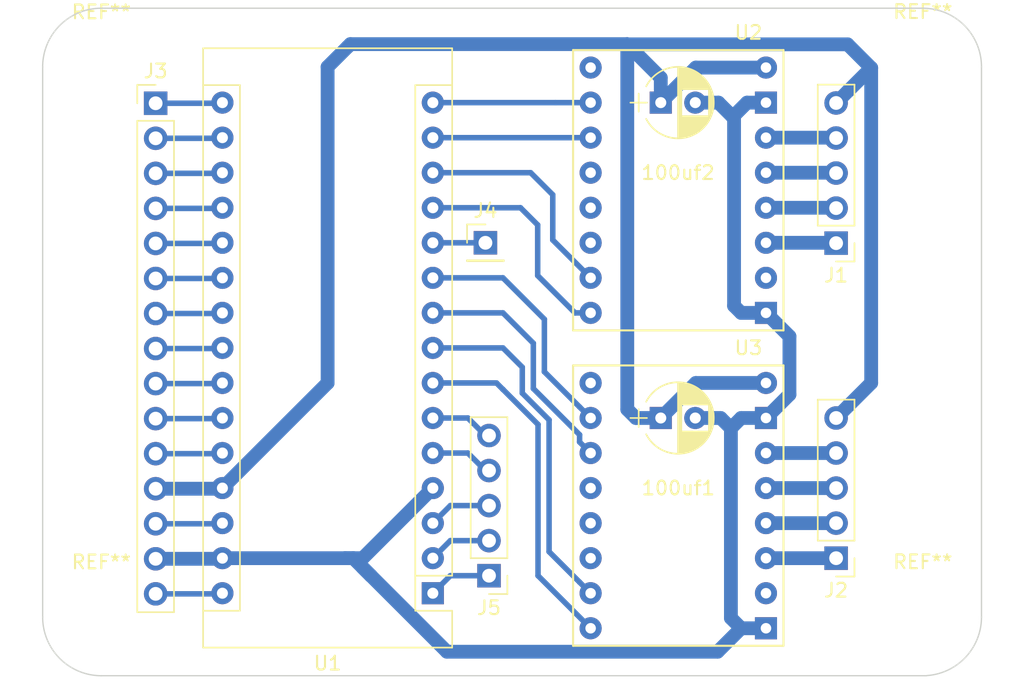
<source format=kicad_pcb>
(kicad_pcb (version 4) (host pcbnew 4.0.7)

  (general
    (links 0)
    (no_connects 0)
    (area 19.949999 22.184999 88.050001 71.125)
    (thickness 1.6)
    (drawings 8)
    (tracks 140)
    (zones 0)
    (modules 14)
    (nets 48)
  )

  (page A4)
  (layers
    (0 F.Cu signal)
    (31 B.Cu signal)
    (32 B.Adhes user)
    (33 F.Adhes user)
    (34 B.Paste user)
    (35 F.Paste user)
    (36 B.SilkS user)
    (37 F.SilkS user)
    (38 B.Mask user)
    (39 F.Mask user)
    (40 Dwgs.User user)
    (41 Cmts.User user)
    (42 Eco1.User user)
    (43 Eco2.User user)
    (44 Edge.Cuts user)
    (45 Margin user)
    (46 B.CrtYd user)
    (47 F.CrtYd user)
    (48 B.Fab user)
    (49 F.Fab user)
  )

  (setup
    (last_trace_width 0.4)
    (user_trace_width 1)
    (trace_clearance 0.4)
    (zone_clearance 0.508)
    (zone_45_only no)
    (trace_min 0.2)
    (segment_width 0.2)
    (edge_width 0.1)
    (via_size 0.6)
    (via_drill 0.4)
    (via_min_size 0.4)
    (via_min_drill 0.3)
    (uvia_size 0.3)
    (uvia_drill 0.1)
    (uvias_allowed no)
    (uvia_min_size 0.2)
    (uvia_min_drill 0.1)
    (pcb_text_width 0.3)
    (pcb_text_size 1.5 1.5)
    (mod_edge_width 0.15)
    (mod_text_size 1 1)
    (mod_text_width 0.15)
    (pad_size 1.5 1.5)
    (pad_drill 0.6)
    (pad_to_mask_clearance 0)
    (aux_axis_origin 0 0)
    (visible_elements 7FFFFFFF)
    (pcbplotparams
      (layerselection 0x00030_80000001)
      (usegerberextensions false)
      (excludeedgelayer true)
      (linewidth 0.100000)
      (plotframeref false)
      (viasonmask false)
      (mode 1)
      (useauxorigin false)
      (hpglpennumber 1)
      (hpglpenspeed 20)
      (hpglpendiameter 15)
      (hpglpenoverlay 2)
      (psnegative false)
      (psa4output false)
      (plotreference true)
      (plotvalue true)
      (plotinvisibletext false)
      (padsonsilk false)
      (subtractmaskfromsilk false)
      (outputformat 1)
      (mirror false)
      (drillshape 1)
      (scaleselection 1)
      (outputdirectory ""))
  )

  (net 0 "")
  (net 1 /VMOT)
  (net 2 GND)
  (net 3 "Net-(J1-Pad1)")
  (net 4 "Net-(J1-Pad2)")
  (net 5 "Net-(J1-Pad3)")
  (net 6 "Net-(J1-Pad4)")
  (net 7 "Net-(J2-Pad1)")
  (net 8 "Net-(J2-Pad2)")
  (net 9 "Net-(J2-Pad3)")
  (net 10 "Net-(J2-Pad4)")
  (net 11 "Net-(U1-Pad7)")
  (net 12 "Net-(U1-Pad8)")
  (net 13 "Net-(U1-Pad9)")
  (net 14 "Net-(U1-Pad10)")
  (net 15 "Net-(U1-Pad12)")
  (net 16 "Net-(U1-Pad13)")
  (net 17 "Net-(U1-Pad14)")
  (net 18 "Net-(U1-Pad15)")
  (net 19 "Net-(U2-Pad1)")
  (net 20 "Net-(U2-Pad4)")
  (net 21 "Net-(U2-Pad5)")
  (net 22 "Net-(U2-Pad6)")
  (net 23 "Net-(U2-Pad10)")
  (net 24 "Net-(U3-Pad1)")
  (net 25 "Net-(U3-Pad4)")
  (net 26 "Net-(U3-Pad5)")
  (net 27 "Net-(U3-Pad6)")
  (net 28 "Net-(U3-Pad10)")
  (net 29 "Net-(J3-Pad1)")
  (net 30 "Net-(J3-Pad2)")
  (net 31 "Net-(J3-Pad3)")
  (net 32 "Net-(J4-Pad1)")
  (net 33 "Net-(J5-Pad1)")
  (net 34 "Net-(J5-Pad2)")
  (net 35 "Net-(J3-Pad4)")
  (net 36 "Net-(J3-Pad5)")
  (net 37 "Net-(J3-Pad6)")
  (net 38 "Net-(J3-Pad7)")
  (net 39 "Net-(J3-Pad8)")
  (net 40 "Net-(J3-Pad9)")
  (net 41 "Net-(J3-Pad10)")
  (net 42 "Net-(J3-Pad11)")
  (net 43 "Net-(J3-Pad13)")
  (net 44 "Net-(J3-Pad15)")
  (net 45 "Net-(J5-Pad3)")
  (net 46 "Net-(J5-Pad4)")
  (net 47 "Net-(J5-Pad5)")

  (net_class Default "This is the default net class."
    (clearance 0.4)
    (trace_width 0.4)
    (via_dia 0.6)
    (via_drill 0.4)
    (uvia_dia 0.3)
    (uvia_drill 0.1)
    (add_net /VMOT)
    (add_net GND)
    (add_net "Net-(J1-Pad1)")
    (add_net "Net-(J1-Pad2)")
    (add_net "Net-(J1-Pad3)")
    (add_net "Net-(J1-Pad4)")
    (add_net "Net-(J2-Pad1)")
    (add_net "Net-(J2-Pad2)")
    (add_net "Net-(J2-Pad3)")
    (add_net "Net-(J2-Pad4)")
    (add_net "Net-(J3-Pad1)")
    (add_net "Net-(J3-Pad10)")
    (add_net "Net-(J3-Pad11)")
    (add_net "Net-(J3-Pad13)")
    (add_net "Net-(J3-Pad15)")
    (add_net "Net-(J3-Pad2)")
    (add_net "Net-(J3-Pad3)")
    (add_net "Net-(J3-Pad4)")
    (add_net "Net-(J3-Pad5)")
    (add_net "Net-(J3-Pad6)")
    (add_net "Net-(J3-Pad7)")
    (add_net "Net-(J3-Pad8)")
    (add_net "Net-(J3-Pad9)")
    (add_net "Net-(J4-Pad1)")
    (add_net "Net-(J5-Pad1)")
    (add_net "Net-(J5-Pad2)")
    (add_net "Net-(J5-Pad3)")
    (add_net "Net-(J5-Pad4)")
    (add_net "Net-(J5-Pad5)")
    (add_net "Net-(U1-Pad10)")
    (add_net "Net-(U1-Pad12)")
    (add_net "Net-(U1-Pad13)")
    (add_net "Net-(U1-Pad14)")
    (add_net "Net-(U1-Pad15)")
    (add_net "Net-(U1-Pad7)")
    (add_net "Net-(U1-Pad8)")
    (add_net "Net-(U1-Pad9)")
    (add_net "Net-(U2-Pad1)")
    (add_net "Net-(U2-Pad10)")
    (add_net "Net-(U2-Pad4)")
    (add_net "Net-(U2-Pad5)")
    (add_net "Net-(U2-Pad6)")
    (add_net "Net-(U3-Pad1)")
    (add_net "Net-(U3-Pad10)")
    (add_net "Net-(U3-Pad4)")
    (add_net "Net-(U3-Pad5)")
    (add_net "Net-(U3-Pad6)")
  )

  (module Modules:Arduino_Nano (layer F.Cu) (tedit 58ACAF70) (tstamp 5B5073F8)
    (at 48.26 64.77 180)
    (descr "Arduino Nano, http://www.mouser.com/pdfdocs/Gravitech_Arduino_Nano3_0.pdf")
    (tags "Arduino Nano")
    (path /5B3603A6)
    (fp_text reference U1 (at 7.62 -5.08 180) (layer F.SilkS)
      (effects (font (size 1 1) (thickness 0.15)))
    )
    (fp_text value ArduinoNano (at 8.89 19.05 270) (layer F.Fab)
      (effects (font (size 1 1) (thickness 0.15)))
    )
    (fp_text user %R (at 6.35 19.05 270) (layer F.Fab)
      (effects (font (size 1 1) (thickness 0.15)))
    )
    (fp_line (start 1.27 1.27) (end 1.27 -1.27) (layer F.SilkS) (width 0.12))
    (fp_line (start 1.27 -1.27) (end -1.4 -1.27) (layer F.SilkS) (width 0.12))
    (fp_line (start -1.4 1.27) (end -1.4 39.5) (layer F.SilkS) (width 0.12))
    (fp_line (start -1.4 -3.94) (end -1.4 -1.27) (layer F.SilkS) (width 0.12))
    (fp_line (start 13.97 -1.27) (end 16.64 -1.27) (layer F.SilkS) (width 0.12))
    (fp_line (start 13.97 -1.27) (end 13.97 36.83) (layer F.SilkS) (width 0.12))
    (fp_line (start 13.97 36.83) (end 16.64 36.83) (layer F.SilkS) (width 0.12))
    (fp_line (start 1.27 1.27) (end -1.4 1.27) (layer F.SilkS) (width 0.12))
    (fp_line (start 1.27 1.27) (end 1.27 36.83) (layer F.SilkS) (width 0.12))
    (fp_line (start 1.27 36.83) (end -1.4 36.83) (layer F.SilkS) (width 0.12))
    (fp_line (start 3.81 31.75) (end 11.43 31.75) (layer F.Fab) (width 0.1))
    (fp_line (start 11.43 31.75) (end 11.43 41.91) (layer F.Fab) (width 0.1))
    (fp_line (start 11.43 41.91) (end 3.81 41.91) (layer F.Fab) (width 0.1))
    (fp_line (start 3.81 41.91) (end 3.81 31.75) (layer F.Fab) (width 0.1))
    (fp_line (start -1.4 39.5) (end 16.64 39.5) (layer F.SilkS) (width 0.12))
    (fp_line (start 16.64 39.5) (end 16.64 -3.94) (layer F.SilkS) (width 0.12))
    (fp_line (start 16.64 -3.94) (end -1.4 -3.94) (layer F.SilkS) (width 0.12))
    (fp_line (start 16.51 39.37) (end -1.27 39.37) (layer F.Fab) (width 0.1))
    (fp_line (start -1.27 39.37) (end -1.27 -2.54) (layer F.Fab) (width 0.1))
    (fp_line (start -1.27 -2.54) (end 0 -3.81) (layer F.Fab) (width 0.1))
    (fp_line (start 0 -3.81) (end 16.51 -3.81) (layer F.Fab) (width 0.1))
    (fp_line (start 16.51 -3.81) (end 16.51 39.37) (layer F.Fab) (width 0.1))
    (fp_line (start -1.53 -4.06) (end 16.75 -4.06) (layer F.CrtYd) (width 0.05))
    (fp_line (start -1.53 -4.06) (end -1.53 42.16) (layer F.CrtYd) (width 0.05))
    (fp_line (start 16.75 42.16) (end 16.75 -4.06) (layer F.CrtYd) (width 0.05))
    (fp_line (start 16.75 42.16) (end -1.53 42.16) (layer F.CrtYd) (width 0.05))
    (pad 1 thru_hole rect (at 0 0 180) (size 1.6 1.6) (drill 0.8) (layers *.Cu *.Mask)
      (net 33 "Net-(J5-Pad1)"))
    (pad 17 thru_hole oval (at 15.24 33.02 180) (size 1.6 1.6) (drill 0.8) (layers *.Cu *.Mask)
      (net 30 "Net-(J3-Pad2)"))
    (pad 2 thru_hole oval (at 0 2.54 180) (size 1.6 1.6) (drill 0.8) (layers *.Cu *.Mask)
      (net 34 "Net-(J5-Pad2)"))
    (pad 18 thru_hole oval (at 15.24 30.48 180) (size 1.6 1.6) (drill 0.8) (layers *.Cu *.Mask)
      (net 31 "Net-(J3-Pad3)"))
    (pad 3 thru_hole oval (at 0 5.08 180) (size 1.6 1.6) (drill 0.8) (layers *.Cu *.Mask)
      (net 45 "Net-(J5-Pad3)"))
    (pad 19 thru_hole oval (at 15.24 27.94 180) (size 1.6 1.6) (drill 0.8) (layers *.Cu *.Mask)
      (net 35 "Net-(J3-Pad4)"))
    (pad 4 thru_hole oval (at 0 7.62 180) (size 1.6 1.6) (drill 0.8) (layers *.Cu *.Mask)
      (net 2 GND))
    (pad 20 thru_hole oval (at 15.24 25.4 180) (size 1.6 1.6) (drill 0.8) (layers *.Cu *.Mask)
      (net 36 "Net-(J3-Pad5)"))
    (pad 5 thru_hole oval (at 0 10.16 180) (size 1.6 1.6) (drill 0.8) (layers *.Cu *.Mask)
      (net 46 "Net-(J5-Pad4)"))
    (pad 21 thru_hole oval (at 15.24 22.86 180) (size 1.6 1.6) (drill 0.8) (layers *.Cu *.Mask)
      (net 37 "Net-(J3-Pad6)"))
    (pad 6 thru_hole oval (at 0 12.7 180) (size 1.6 1.6) (drill 0.8) (layers *.Cu *.Mask)
      (net 47 "Net-(J5-Pad5)"))
    (pad 22 thru_hole oval (at 15.24 20.32 180) (size 1.6 1.6) (drill 0.8) (layers *.Cu *.Mask)
      (net 38 "Net-(J3-Pad7)"))
    (pad 7 thru_hole oval (at 0 15.24 180) (size 1.6 1.6) (drill 0.8) (layers *.Cu *.Mask)
      (net 11 "Net-(U1-Pad7)"))
    (pad 23 thru_hole oval (at 15.24 17.78 180) (size 1.6 1.6) (drill 0.8) (layers *.Cu *.Mask)
      (net 39 "Net-(J3-Pad8)"))
    (pad 8 thru_hole oval (at 0 17.78 180) (size 1.6 1.6) (drill 0.8) (layers *.Cu *.Mask)
      (net 12 "Net-(U1-Pad8)"))
    (pad 24 thru_hole oval (at 15.24 15.24 180) (size 1.6 1.6) (drill 0.8) (layers *.Cu *.Mask)
      (net 40 "Net-(J3-Pad9)"))
    (pad 9 thru_hole oval (at 0 20.32 180) (size 1.6 1.6) (drill 0.8) (layers *.Cu *.Mask)
      (net 13 "Net-(U1-Pad9)"))
    (pad 25 thru_hole oval (at 15.24 12.7 180) (size 1.6 1.6) (drill 0.8) (layers *.Cu *.Mask)
      (net 41 "Net-(J3-Pad10)"))
    (pad 10 thru_hole oval (at 0 22.86 180) (size 1.6 1.6) (drill 0.8) (layers *.Cu *.Mask)
      (net 14 "Net-(U1-Pad10)"))
    (pad 26 thru_hole oval (at 15.24 10.16 180) (size 1.6 1.6) (drill 0.8) (layers *.Cu *.Mask)
      (net 42 "Net-(J3-Pad11)"))
    (pad 11 thru_hole oval (at 0 25.4 180) (size 1.6 1.6) (drill 0.8) (layers *.Cu *.Mask)
      (net 32 "Net-(J4-Pad1)"))
    (pad 27 thru_hole oval (at 15.24 7.62 180) (size 1.6 1.6) (drill 0.8) (layers *.Cu *.Mask)
      (net 1 /VMOT))
    (pad 12 thru_hole oval (at 0 27.94 180) (size 1.6 1.6) (drill 0.8) (layers *.Cu *.Mask)
      (net 15 "Net-(U1-Pad12)"))
    (pad 28 thru_hole oval (at 15.24 5.08 180) (size 1.6 1.6) (drill 0.8) (layers *.Cu *.Mask)
      (net 43 "Net-(J3-Pad13)"))
    (pad 13 thru_hole oval (at 0 30.48 180) (size 1.6 1.6) (drill 0.8) (layers *.Cu *.Mask)
      (net 16 "Net-(U1-Pad13)"))
    (pad 29 thru_hole oval (at 15.24 2.54 180) (size 1.6 1.6) (drill 0.8) (layers *.Cu *.Mask)
      (net 2 GND))
    (pad 14 thru_hole oval (at 0 33.02 180) (size 1.6 1.6) (drill 0.8) (layers *.Cu *.Mask)
      (net 17 "Net-(U1-Pad14)"))
    (pad 30 thru_hole oval (at 15.24 0 180) (size 1.6 1.6) (drill 0.8) (layers *.Cu *.Mask)
      (net 44 "Net-(J3-Pad15)"))
    (pad 15 thru_hole oval (at 0 35.56 180) (size 1.6 1.6) (drill 0.8) (layers *.Cu *.Mask)
      (net 18 "Net-(U1-Pad15)"))
    (pad 16 thru_hole oval (at 15.24 35.56 180) (size 1.6 1.6) (drill 0.8) (layers *.Cu *.Mask)
      (net 29 "Net-(J3-Pad1)"))
  )

  (module Capacitors_THT:CP_Radial_D5.0mm_P2.50mm (layer F.Cu) (tedit 597BC7C2) (tstamp 5B5072E5)
    (at 64.77 52.07)
    (descr "CP, Radial series, Radial, pin pitch=2.50mm, , diameter=5mm, Electrolytic Capacitor")
    (tags "CP Radial series Radial pin pitch 2.50mm  diameter 5mm Electrolytic Capacitor")
    (path /5B360C92)
    (fp_text reference 100uf1 (at 1.27 5.08) (layer F.SilkS)
      (effects (font (size 1 1) (thickness 0.15)))
    )
    (fp_text value CP1 (at 1.25 3.81) (layer F.Fab)
      (effects (font (size 1 1) (thickness 0.15)))
    )
    (fp_arc (start 1.25 0) (end -1.05558 -1.18) (angle 125.8) (layer F.SilkS) (width 0.12))
    (fp_arc (start 1.25 0) (end -1.05558 1.18) (angle -125.8) (layer F.SilkS) (width 0.12))
    (fp_arc (start 1.25 0) (end 3.55558 -1.18) (angle 54.2) (layer F.SilkS) (width 0.12))
    (fp_circle (center 1.25 0) (end 3.75 0) (layer F.Fab) (width 0.1))
    (fp_line (start -2.2 0) (end -1 0) (layer F.Fab) (width 0.1))
    (fp_line (start -1.6 -0.65) (end -1.6 0.65) (layer F.Fab) (width 0.1))
    (fp_line (start 1.25 -2.55) (end 1.25 2.55) (layer F.SilkS) (width 0.12))
    (fp_line (start 1.29 -2.55) (end 1.29 2.55) (layer F.SilkS) (width 0.12))
    (fp_line (start 1.33 -2.549) (end 1.33 2.549) (layer F.SilkS) (width 0.12))
    (fp_line (start 1.37 -2.548) (end 1.37 2.548) (layer F.SilkS) (width 0.12))
    (fp_line (start 1.41 -2.546) (end 1.41 2.546) (layer F.SilkS) (width 0.12))
    (fp_line (start 1.45 -2.543) (end 1.45 2.543) (layer F.SilkS) (width 0.12))
    (fp_line (start 1.49 -2.539) (end 1.49 2.539) (layer F.SilkS) (width 0.12))
    (fp_line (start 1.53 -2.535) (end 1.53 -0.98) (layer F.SilkS) (width 0.12))
    (fp_line (start 1.53 0.98) (end 1.53 2.535) (layer F.SilkS) (width 0.12))
    (fp_line (start 1.57 -2.531) (end 1.57 -0.98) (layer F.SilkS) (width 0.12))
    (fp_line (start 1.57 0.98) (end 1.57 2.531) (layer F.SilkS) (width 0.12))
    (fp_line (start 1.61 -2.525) (end 1.61 -0.98) (layer F.SilkS) (width 0.12))
    (fp_line (start 1.61 0.98) (end 1.61 2.525) (layer F.SilkS) (width 0.12))
    (fp_line (start 1.65 -2.519) (end 1.65 -0.98) (layer F.SilkS) (width 0.12))
    (fp_line (start 1.65 0.98) (end 1.65 2.519) (layer F.SilkS) (width 0.12))
    (fp_line (start 1.69 -2.513) (end 1.69 -0.98) (layer F.SilkS) (width 0.12))
    (fp_line (start 1.69 0.98) (end 1.69 2.513) (layer F.SilkS) (width 0.12))
    (fp_line (start 1.73 -2.506) (end 1.73 -0.98) (layer F.SilkS) (width 0.12))
    (fp_line (start 1.73 0.98) (end 1.73 2.506) (layer F.SilkS) (width 0.12))
    (fp_line (start 1.77 -2.498) (end 1.77 -0.98) (layer F.SilkS) (width 0.12))
    (fp_line (start 1.77 0.98) (end 1.77 2.498) (layer F.SilkS) (width 0.12))
    (fp_line (start 1.81 -2.489) (end 1.81 -0.98) (layer F.SilkS) (width 0.12))
    (fp_line (start 1.81 0.98) (end 1.81 2.489) (layer F.SilkS) (width 0.12))
    (fp_line (start 1.85 -2.48) (end 1.85 -0.98) (layer F.SilkS) (width 0.12))
    (fp_line (start 1.85 0.98) (end 1.85 2.48) (layer F.SilkS) (width 0.12))
    (fp_line (start 1.89 -2.47) (end 1.89 -0.98) (layer F.SilkS) (width 0.12))
    (fp_line (start 1.89 0.98) (end 1.89 2.47) (layer F.SilkS) (width 0.12))
    (fp_line (start 1.93 -2.46) (end 1.93 -0.98) (layer F.SilkS) (width 0.12))
    (fp_line (start 1.93 0.98) (end 1.93 2.46) (layer F.SilkS) (width 0.12))
    (fp_line (start 1.971 -2.448) (end 1.971 -0.98) (layer F.SilkS) (width 0.12))
    (fp_line (start 1.971 0.98) (end 1.971 2.448) (layer F.SilkS) (width 0.12))
    (fp_line (start 2.011 -2.436) (end 2.011 -0.98) (layer F.SilkS) (width 0.12))
    (fp_line (start 2.011 0.98) (end 2.011 2.436) (layer F.SilkS) (width 0.12))
    (fp_line (start 2.051 -2.424) (end 2.051 -0.98) (layer F.SilkS) (width 0.12))
    (fp_line (start 2.051 0.98) (end 2.051 2.424) (layer F.SilkS) (width 0.12))
    (fp_line (start 2.091 -2.41) (end 2.091 -0.98) (layer F.SilkS) (width 0.12))
    (fp_line (start 2.091 0.98) (end 2.091 2.41) (layer F.SilkS) (width 0.12))
    (fp_line (start 2.131 -2.396) (end 2.131 -0.98) (layer F.SilkS) (width 0.12))
    (fp_line (start 2.131 0.98) (end 2.131 2.396) (layer F.SilkS) (width 0.12))
    (fp_line (start 2.171 -2.382) (end 2.171 -0.98) (layer F.SilkS) (width 0.12))
    (fp_line (start 2.171 0.98) (end 2.171 2.382) (layer F.SilkS) (width 0.12))
    (fp_line (start 2.211 -2.366) (end 2.211 -0.98) (layer F.SilkS) (width 0.12))
    (fp_line (start 2.211 0.98) (end 2.211 2.366) (layer F.SilkS) (width 0.12))
    (fp_line (start 2.251 -2.35) (end 2.251 -0.98) (layer F.SilkS) (width 0.12))
    (fp_line (start 2.251 0.98) (end 2.251 2.35) (layer F.SilkS) (width 0.12))
    (fp_line (start 2.291 -2.333) (end 2.291 -0.98) (layer F.SilkS) (width 0.12))
    (fp_line (start 2.291 0.98) (end 2.291 2.333) (layer F.SilkS) (width 0.12))
    (fp_line (start 2.331 -2.315) (end 2.331 -0.98) (layer F.SilkS) (width 0.12))
    (fp_line (start 2.331 0.98) (end 2.331 2.315) (layer F.SilkS) (width 0.12))
    (fp_line (start 2.371 -2.296) (end 2.371 -0.98) (layer F.SilkS) (width 0.12))
    (fp_line (start 2.371 0.98) (end 2.371 2.296) (layer F.SilkS) (width 0.12))
    (fp_line (start 2.411 -2.276) (end 2.411 -0.98) (layer F.SilkS) (width 0.12))
    (fp_line (start 2.411 0.98) (end 2.411 2.276) (layer F.SilkS) (width 0.12))
    (fp_line (start 2.451 -2.256) (end 2.451 -0.98) (layer F.SilkS) (width 0.12))
    (fp_line (start 2.451 0.98) (end 2.451 2.256) (layer F.SilkS) (width 0.12))
    (fp_line (start 2.491 -2.234) (end 2.491 -0.98) (layer F.SilkS) (width 0.12))
    (fp_line (start 2.491 0.98) (end 2.491 2.234) (layer F.SilkS) (width 0.12))
    (fp_line (start 2.531 -2.212) (end 2.531 -0.98) (layer F.SilkS) (width 0.12))
    (fp_line (start 2.531 0.98) (end 2.531 2.212) (layer F.SilkS) (width 0.12))
    (fp_line (start 2.571 -2.189) (end 2.571 -0.98) (layer F.SilkS) (width 0.12))
    (fp_line (start 2.571 0.98) (end 2.571 2.189) (layer F.SilkS) (width 0.12))
    (fp_line (start 2.611 -2.165) (end 2.611 -0.98) (layer F.SilkS) (width 0.12))
    (fp_line (start 2.611 0.98) (end 2.611 2.165) (layer F.SilkS) (width 0.12))
    (fp_line (start 2.651 -2.14) (end 2.651 -0.98) (layer F.SilkS) (width 0.12))
    (fp_line (start 2.651 0.98) (end 2.651 2.14) (layer F.SilkS) (width 0.12))
    (fp_line (start 2.691 -2.113) (end 2.691 -0.98) (layer F.SilkS) (width 0.12))
    (fp_line (start 2.691 0.98) (end 2.691 2.113) (layer F.SilkS) (width 0.12))
    (fp_line (start 2.731 -2.086) (end 2.731 -0.98) (layer F.SilkS) (width 0.12))
    (fp_line (start 2.731 0.98) (end 2.731 2.086) (layer F.SilkS) (width 0.12))
    (fp_line (start 2.771 -2.058) (end 2.771 -0.98) (layer F.SilkS) (width 0.12))
    (fp_line (start 2.771 0.98) (end 2.771 2.058) (layer F.SilkS) (width 0.12))
    (fp_line (start 2.811 -2.028) (end 2.811 -0.98) (layer F.SilkS) (width 0.12))
    (fp_line (start 2.811 0.98) (end 2.811 2.028) (layer F.SilkS) (width 0.12))
    (fp_line (start 2.851 -1.997) (end 2.851 -0.98) (layer F.SilkS) (width 0.12))
    (fp_line (start 2.851 0.98) (end 2.851 1.997) (layer F.SilkS) (width 0.12))
    (fp_line (start 2.891 -1.965) (end 2.891 -0.98) (layer F.SilkS) (width 0.12))
    (fp_line (start 2.891 0.98) (end 2.891 1.965) (layer F.SilkS) (width 0.12))
    (fp_line (start 2.931 -1.932) (end 2.931 -0.98) (layer F.SilkS) (width 0.12))
    (fp_line (start 2.931 0.98) (end 2.931 1.932) (layer F.SilkS) (width 0.12))
    (fp_line (start 2.971 -1.897) (end 2.971 -0.98) (layer F.SilkS) (width 0.12))
    (fp_line (start 2.971 0.98) (end 2.971 1.897) (layer F.SilkS) (width 0.12))
    (fp_line (start 3.011 -1.861) (end 3.011 -0.98) (layer F.SilkS) (width 0.12))
    (fp_line (start 3.011 0.98) (end 3.011 1.861) (layer F.SilkS) (width 0.12))
    (fp_line (start 3.051 -1.823) (end 3.051 -0.98) (layer F.SilkS) (width 0.12))
    (fp_line (start 3.051 0.98) (end 3.051 1.823) (layer F.SilkS) (width 0.12))
    (fp_line (start 3.091 -1.783) (end 3.091 -0.98) (layer F.SilkS) (width 0.12))
    (fp_line (start 3.091 0.98) (end 3.091 1.783) (layer F.SilkS) (width 0.12))
    (fp_line (start 3.131 -1.742) (end 3.131 -0.98) (layer F.SilkS) (width 0.12))
    (fp_line (start 3.131 0.98) (end 3.131 1.742) (layer F.SilkS) (width 0.12))
    (fp_line (start 3.171 -1.699) (end 3.171 -0.98) (layer F.SilkS) (width 0.12))
    (fp_line (start 3.171 0.98) (end 3.171 1.699) (layer F.SilkS) (width 0.12))
    (fp_line (start 3.211 -1.654) (end 3.211 -0.98) (layer F.SilkS) (width 0.12))
    (fp_line (start 3.211 0.98) (end 3.211 1.654) (layer F.SilkS) (width 0.12))
    (fp_line (start 3.251 -1.606) (end 3.251 -0.98) (layer F.SilkS) (width 0.12))
    (fp_line (start 3.251 0.98) (end 3.251 1.606) (layer F.SilkS) (width 0.12))
    (fp_line (start 3.291 -1.556) (end 3.291 -0.98) (layer F.SilkS) (width 0.12))
    (fp_line (start 3.291 0.98) (end 3.291 1.556) (layer F.SilkS) (width 0.12))
    (fp_line (start 3.331 -1.504) (end 3.331 -0.98) (layer F.SilkS) (width 0.12))
    (fp_line (start 3.331 0.98) (end 3.331 1.504) (layer F.SilkS) (width 0.12))
    (fp_line (start 3.371 -1.448) (end 3.371 -0.98) (layer F.SilkS) (width 0.12))
    (fp_line (start 3.371 0.98) (end 3.371 1.448) (layer F.SilkS) (width 0.12))
    (fp_line (start 3.411 -1.39) (end 3.411 -0.98) (layer F.SilkS) (width 0.12))
    (fp_line (start 3.411 0.98) (end 3.411 1.39) (layer F.SilkS) (width 0.12))
    (fp_line (start 3.451 -1.327) (end 3.451 -0.98) (layer F.SilkS) (width 0.12))
    (fp_line (start 3.451 0.98) (end 3.451 1.327) (layer F.SilkS) (width 0.12))
    (fp_line (start 3.491 -1.261) (end 3.491 1.261) (layer F.SilkS) (width 0.12))
    (fp_line (start 3.531 -1.189) (end 3.531 1.189) (layer F.SilkS) (width 0.12))
    (fp_line (start 3.571 -1.112) (end 3.571 1.112) (layer F.SilkS) (width 0.12))
    (fp_line (start 3.611 -1.028) (end 3.611 1.028) (layer F.SilkS) (width 0.12))
    (fp_line (start 3.651 -0.934) (end 3.651 0.934) (layer F.SilkS) (width 0.12))
    (fp_line (start 3.691 -0.829) (end 3.691 0.829) (layer F.SilkS) (width 0.12))
    (fp_line (start 3.731 -0.707) (end 3.731 0.707) (layer F.SilkS) (width 0.12))
    (fp_line (start 3.771 -0.559) (end 3.771 0.559) (layer F.SilkS) (width 0.12))
    (fp_line (start 3.811 -0.354) (end 3.811 0.354) (layer F.SilkS) (width 0.12))
    (fp_line (start -2.2 0) (end -1 0) (layer F.SilkS) (width 0.12))
    (fp_line (start -1.6 -0.65) (end -1.6 0.65) (layer F.SilkS) (width 0.12))
    (fp_line (start -1.6 -2.85) (end -1.6 2.85) (layer F.CrtYd) (width 0.05))
    (fp_line (start -1.6 2.85) (end 4.1 2.85) (layer F.CrtYd) (width 0.05))
    (fp_line (start 4.1 2.85) (end 4.1 -2.85) (layer F.CrtYd) (width 0.05))
    (fp_line (start 4.1 -2.85) (end -1.6 -2.85) (layer F.CrtYd) (width 0.05))
    (fp_text user %R (at 1.25 0) (layer F.Fab)
      (effects (font (size 1 1) (thickness 0.15)))
    )
    (pad 1 thru_hole rect (at 0 0) (size 1.6 1.6) (drill 0.8) (layers *.Cu *.Mask)
      (net 1 /VMOT))
    (pad 2 thru_hole circle (at 2.5 0) (size 1.6 1.6) (drill 0.8) (layers *.Cu *.Mask)
      (net 2 GND))
    (model ${KISYS3DMOD}/Capacitors_THT.3dshapes/CP_Radial_D5.0mm_P2.50mm.wrl
      (at (xyz 0 0 0))
      (scale (xyz 1 1 1))
      (rotate (xyz 0 0 0))
    )
  )

  (module Capacitors_THT:CP_Radial_D5.0mm_P2.50mm (layer F.Cu) (tedit 597BC7C2) (tstamp 5B50736A)
    (at 64.77 29.21)
    (descr "CP, Radial series, Radial, pin pitch=2.50mm, , diameter=5mm, Electrolytic Capacitor")
    (tags "CP Radial series Radial pin pitch 2.50mm  diameter 5mm Electrolytic Capacitor")
    (path /5B360D13)
    (fp_text reference 100uf2 (at 1.25 5.08) (layer F.SilkS)
      (effects (font (size 1 1) (thickness 0.15)))
    )
    (fp_text value CP1 (at 1.25 3.81) (layer F.Fab)
      (effects (font (size 1 1) (thickness 0.15)))
    )
    (fp_arc (start 1.25 0) (end -1.05558 -1.18) (angle 125.8) (layer F.SilkS) (width 0.12))
    (fp_arc (start 1.25 0) (end -1.05558 1.18) (angle -125.8) (layer F.SilkS) (width 0.12))
    (fp_arc (start 1.25 0) (end 3.55558 -1.18) (angle 54.2) (layer F.SilkS) (width 0.12))
    (fp_circle (center 1.25 0) (end 3.75 0) (layer F.Fab) (width 0.1))
    (fp_line (start -2.2 0) (end -1 0) (layer F.Fab) (width 0.1))
    (fp_line (start -1.6 -0.65) (end -1.6 0.65) (layer F.Fab) (width 0.1))
    (fp_line (start 1.25 -2.55) (end 1.25 2.55) (layer F.SilkS) (width 0.12))
    (fp_line (start 1.29 -2.55) (end 1.29 2.55) (layer F.SilkS) (width 0.12))
    (fp_line (start 1.33 -2.549) (end 1.33 2.549) (layer F.SilkS) (width 0.12))
    (fp_line (start 1.37 -2.548) (end 1.37 2.548) (layer F.SilkS) (width 0.12))
    (fp_line (start 1.41 -2.546) (end 1.41 2.546) (layer F.SilkS) (width 0.12))
    (fp_line (start 1.45 -2.543) (end 1.45 2.543) (layer F.SilkS) (width 0.12))
    (fp_line (start 1.49 -2.539) (end 1.49 2.539) (layer F.SilkS) (width 0.12))
    (fp_line (start 1.53 -2.535) (end 1.53 -0.98) (layer F.SilkS) (width 0.12))
    (fp_line (start 1.53 0.98) (end 1.53 2.535) (layer F.SilkS) (width 0.12))
    (fp_line (start 1.57 -2.531) (end 1.57 -0.98) (layer F.SilkS) (width 0.12))
    (fp_line (start 1.57 0.98) (end 1.57 2.531) (layer F.SilkS) (width 0.12))
    (fp_line (start 1.61 -2.525) (end 1.61 -0.98) (layer F.SilkS) (width 0.12))
    (fp_line (start 1.61 0.98) (end 1.61 2.525) (layer F.SilkS) (width 0.12))
    (fp_line (start 1.65 -2.519) (end 1.65 -0.98) (layer F.SilkS) (width 0.12))
    (fp_line (start 1.65 0.98) (end 1.65 2.519) (layer F.SilkS) (width 0.12))
    (fp_line (start 1.69 -2.513) (end 1.69 -0.98) (layer F.SilkS) (width 0.12))
    (fp_line (start 1.69 0.98) (end 1.69 2.513) (layer F.SilkS) (width 0.12))
    (fp_line (start 1.73 -2.506) (end 1.73 -0.98) (layer F.SilkS) (width 0.12))
    (fp_line (start 1.73 0.98) (end 1.73 2.506) (layer F.SilkS) (width 0.12))
    (fp_line (start 1.77 -2.498) (end 1.77 -0.98) (layer F.SilkS) (width 0.12))
    (fp_line (start 1.77 0.98) (end 1.77 2.498) (layer F.SilkS) (width 0.12))
    (fp_line (start 1.81 -2.489) (end 1.81 -0.98) (layer F.SilkS) (width 0.12))
    (fp_line (start 1.81 0.98) (end 1.81 2.489) (layer F.SilkS) (width 0.12))
    (fp_line (start 1.85 -2.48) (end 1.85 -0.98) (layer F.SilkS) (width 0.12))
    (fp_line (start 1.85 0.98) (end 1.85 2.48) (layer F.SilkS) (width 0.12))
    (fp_line (start 1.89 -2.47) (end 1.89 -0.98) (layer F.SilkS) (width 0.12))
    (fp_line (start 1.89 0.98) (end 1.89 2.47) (layer F.SilkS) (width 0.12))
    (fp_line (start 1.93 -2.46) (end 1.93 -0.98) (layer F.SilkS) (width 0.12))
    (fp_line (start 1.93 0.98) (end 1.93 2.46) (layer F.SilkS) (width 0.12))
    (fp_line (start 1.971 -2.448) (end 1.971 -0.98) (layer F.SilkS) (width 0.12))
    (fp_line (start 1.971 0.98) (end 1.971 2.448) (layer F.SilkS) (width 0.12))
    (fp_line (start 2.011 -2.436) (end 2.011 -0.98) (layer F.SilkS) (width 0.12))
    (fp_line (start 2.011 0.98) (end 2.011 2.436) (layer F.SilkS) (width 0.12))
    (fp_line (start 2.051 -2.424) (end 2.051 -0.98) (layer F.SilkS) (width 0.12))
    (fp_line (start 2.051 0.98) (end 2.051 2.424) (layer F.SilkS) (width 0.12))
    (fp_line (start 2.091 -2.41) (end 2.091 -0.98) (layer F.SilkS) (width 0.12))
    (fp_line (start 2.091 0.98) (end 2.091 2.41) (layer F.SilkS) (width 0.12))
    (fp_line (start 2.131 -2.396) (end 2.131 -0.98) (layer F.SilkS) (width 0.12))
    (fp_line (start 2.131 0.98) (end 2.131 2.396) (layer F.SilkS) (width 0.12))
    (fp_line (start 2.171 -2.382) (end 2.171 -0.98) (layer F.SilkS) (width 0.12))
    (fp_line (start 2.171 0.98) (end 2.171 2.382) (layer F.SilkS) (width 0.12))
    (fp_line (start 2.211 -2.366) (end 2.211 -0.98) (layer F.SilkS) (width 0.12))
    (fp_line (start 2.211 0.98) (end 2.211 2.366) (layer F.SilkS) (width 0.12))
    (fp_line (start 2.251 -2.35) (end 2.251 -0.98) (layer F.SilkS) (width 0.12))
    (fp_line (start 2.251 0.98) (end 2.251 2.35) (layer F.SilkS) (width 0.12))
    (fp_line (start 2.291 -2.333) (end 2.291 -0.98) (layer F.SilkS) (width 0.12))
    (fp_line (start 2.291 0.98) (end 2.291 2.333) (layer F.SilkS) (width 0.12))
    (fp_line (start 2.331 -2.315) (end 2.331 -0.98) (layer F.SilkS) (width 0.12))
    (fp_line (start 2.331 0.98) (end 2.331 2.315) (layer F.SilkS) (width 0.12))
    (fp_line (start 2.371 -2.296) (end 2.371 -0.98) (layer F.SilkS) (width 0.12))
    (fp_line (start 2.371 0.98) (end 2.371 2.296) (layer F.SilkS) (width 0.12))
    (fp_line (start 2.411 -2.276) (end 2.411 -0.98) (layer F.SilkS) (width 0.12))
    (fp_line (start 2.411 0.98) (end 2.411 2.276) (layer F.SilkS) (width 0.12))
    (fp_line (start 2.451 -2.256) (end 2.451 -0.98) (layer F.SilkS) (width 0.12))
    (fp_line (start 2.451 0.98) (end 2.451 2.256) (layer F.SilkS) (width 0.12))
    (fp_line (start 2.491 -2.234) (end 2.491 -0.98) (layer F.SilkS) (width 0.12))
    (fp_line (start 2.491 0.98) (end 2.491 2.234) (layer F.SilkS) (width 0.12))
    (fp_line (start 2.531 -2.212) (end 2.531 -0.98) (layer F.SilkS) (width 0.12))
    (fp_line (start 2.531 0.98) (end 2.531 2.212) (layer F.SilkS) (width 0.12))
    (fp_line (start 2.571 -2.189) (end 2.571 -0.98) (layer F.SilkS) (width 0.12))
    (fp_line (start 2.571 0.98) (end 2.571 2.189) (layer F.SilkS) (width 0.12))
    (fp_line (start 2.611 -2.165) (end 2.611 -0.98) (layer F.SilkS) (width 0.12))
    (fp_line (start 2.611 0.98) (end 2.611 2.165) (layer F.SilkS) (width 0.12))
    (fp_line (start 2.651 -2.14) (end 2.651 -0.98) (layer F.SilkS) (width 0.12))
    (fp_line (start 2.651 0.98) (end 2.651 2.14) (layer F.SilkS) (width 0.12))
    (fp_line (start 2.691 -2.113) (end 2.691 -0.98) (layer F.SilkS) (width 0.12))
    (fp_line (start 2.691 0.98) (end 2.691 2.113) (layer F.SilkS) (width 0.12))
    (fp_line (start 2.731 -2.086) (end 2.731 -0.98) (layer F.SilkS) (width 0.12))
    (fp_line (start 2.731 0.98) (end 2.731 2.086) (layer F.SilkS) (width 0.12))
    (fp_line (start 2.771 -2.058) (end 2.771 -0.98) (layer F.SilkS) (width 0.12))
    (fp_line (start 2.771 0.98) (end 2.771 2.058) (layer F.SilkS) (width 0.12))
    (fp_line (start 2.811 -2.028) (end 2.811 -0.98) (layer F.SilkS) (width 0.12))
    (fp_line (start 2.811 0.98) (end 2.811 2.028) (layer F.SilkS) (width 0.12))
    (fp_line (start 2.851 -1.997) (end 2.851 -0.98) (layer F.SilkS) (width 0.12))
    (fp_line (start 2.851 0.98) (end 2.851 1.997) (layer F.SilkS) (width 0.12))
    (fp_line (start 2.891 -1.965) (end 2.891 -0.98) (layer F.SilkS) (width 0.12))
    (fp_line (start 2.891 0.98) (end 2.891 1.965) (layer F.SilkS) (width 0.12))
    (fp_line (start 2.931 -1.932) (end 2.931 -0.98) (layer F.SilkS) (width 0.12))
    (fp_line (start 2.931 0.98) (end 2.931 1.932) (layer F.SilkS) (width 0.12))
    (fp_line (start 2.971 -1.897) (end 2.971 -0.98) (layer F.SilkS) (width 0.12))
    (fp_line (start 2.971 0.98) (end 2.971 1.897) (layer F.SilkS) (width 0.12))
    (fp_line (start 3.011 -1.861) (end 3.011 -0.98) (layer F.SilkS) (width 0.12))
    (fp_line (start 3.011 0.98) (end 3.011 1.861) (layer F.SilkS) (width 0.12))
    (fp_line (start 3.051 -1.823) (end 3.051 -0.98) (layer F.SilkS) (width 0.12))
    (fp_line (start 3.051 0.98) (end 3.051 1.823) (layer F.SilkS) (width 0.12))
    (fp_line (start 3.091 -1.783) (end 3.091 -0.98) (layer F.SilkS) (width 0.12))
    (fp_line (start 3.091 0.98) (end 3.091 1.783) (layer F.SilkS) (width 0.12))
    (fp_line (start 3.131 -1.742) (end 3.131 -0.98) (layer F.SilkS) (width 0.12))
    (fp_line (start 3.131 0.98) (end 3.131 1.742) (layer F.SilkS) (width 0.12))
    (fp_line (start 3.171 -1.699) (end 3.171 -0.98) (layer F.SilkS) (width 0.12))
    (fp_line (start 3.171 0.98) (end 3.171 1.699) (layer F.SilkS) (width 0.12))
    (fp_line (start 3.211 -1.654) (end 3.211 -0.98) (layer F.SilkS) (width 0.12))
    (fp_line (start 3.211 0.98) (end 3.211 1.654) (layer F.SilkS) (width 0.12))
    (fp_line (start 3.251 -1.606) (end 3.251 -0.98) (layer F.SilkS) (width 0.12))
    (fp_line (start 3.251 0.98) (end 3.251 1.606) (layer F.SilkS) (width 0.12))
    (fp_line (start 3.291 -1.556) (end 3.291 -0.98) (layer F.SilkS) (width 0.12))
    (fp_line (start 3.291 0.98) (end 3.291 1.556) (layer F.SilkS) (width 0.12))
    (fp_line (start 3.331 -1.504) (end 3.331 -0.98) (layer F.SilkS) (width 0.12))
    (fp_line (start 3.331 0.98) (end 3.331 1.504) (layer F.SilkS) (width 0.12))
    (fp_line (start 3.371 -1.448) (end 3.371 -0.98) (layer F.SilkS) (width 0.12))
    (fp_line (start 3.371 0.98) (end 3.371 1.448) (layer F.SilkS) (width 0.12))
    (fp_line (start 3.411 -1.39) (end 3.411 -0.98) (layer F.SilkS) (width 0.12))
    (fp_line (start 3.411 0.98) (end 3.411 1.39) (layer F.SilkS) (width 0.12))
    (fp_line (start 3.451 -1.327) (end 3.451 -0.98) (layer F.SilkS) (width 0.12))
    (fp_line (start 3.451 0.98) (end 3.451 1.327) (layer F.SilkS) (width 0.12))
    (fp_line (start 3.491 -1.261) (end 3.491 1.261) (layer F.SilkS) (width 0.12))
    (fp_line (start 3.531 -1.189) (end 3.531 1.189) (layer F.SilkS) (width 0.12))
    (fp_line (start 3.571 -1.112) (end 3.571 1.112) (layer F.SilkS) (width 0.12))
    (fp_line (start 3.611 -1.028) (end 3.611 1.028) (layer F.SilkS) (width 0.12))
    (fp_line (start 3.651 -0.934) (end 3.651 0.934) (layer F.SilkS) (width 0.12))
    (fp_line (start 3.691 -0.829) (end 3.691 0.829) (layer F.SilkS) (width 0.12))
    (fp_line (start 3.731 -0.707) (end 3.731 0.707) (layer F.SilkS) (width 0.12))
    (fp_line (start 3.771 -0.559) (end 3.771 0.559) (layer F.SilkS) (width 0.12))
    (fp_line (start 3.811 -0.354) (end 3.811 0.354) (layer F.SilkS) (width 0.12))
    (fp_line (start -2.2 0) (end -1 0) (layer F.SilkS) (width 0.12))
    (fp_line (start -1.6 -0.65) (end -1.6 0.65) (layer F.SilkS) (width 0.12))
    (fp_line (start -1.6 -2.85) (end -1.6 2.85) (layer F.CrtYd) (width 0.05))
    (fp_line (start -1.6 2.85) (end 4.1 2.85) (layer F.CrtYd) (width 0.05))
    (fp_line (start 4.1 2.85) (end 4.1 -2.85) (layer F.CrtYd) (width 0.05))
    (fp_line (start 4.1 -2.85) (end -1.6 -2.85) (layer F.CrtYd) (width 0.05))
    (fp_text user %R (at 1.25 0) (layer F.Fab)
      (effects (font (size 1 1) (thickness 0.15)))
    )
    (pad 1 thru_hole rect (at 0 0) (size 1.6 1.6) (drill 0.8) (layers *.Cu *.Mask)
      (net 1 /VMOT))
    (pad 2 thru_hole circle (at 2.5 0) (size 1.6 1.6) (drill 0.8) (layers *.Cu *.Mask)
      (net 2 GND))
    (model ${KISYS3DMOD}/Capacitors_THT.3dshapes/CP_Radial_D5.0mm_P2.50mm.wrl
      (at (xyz 0 0 0))
      (scale (xyz 1 1 1))
      (rotate (xyz 0 0 0))
    )
  )

  (module Pin_Headers:Pin_Header_Straight_1x05_Pitch2.54mm (layer F.Cu) (tedit 59650532) (tstamp 5B507383)
    (at 77.47 39.3954 180)
    (descr "Through hole straight pin header, 1x05, 2.54mm pitch, single row")
    (tags "Through hole pin header THT 1x05 2.54mm single row")
    (path /5B505C76)
    (fp_text reference J1 (at 0 -2.33 180) (layer F.SilkS)
      (effects (font (size 1 1) (thickness 0.15)))
    )
    (fp_text value Conn_01x05_Male (at -4.23 4.7454 270) (layer F.Fab)
      (effects (font (size 1 1) (thickness 0.15)))
    )
    (fp_line (start -0.635 -1.27) (end 1.27 -1.27) (layer F.Fab) (width 0.1))
    (fp_line (start 1.27 -1.27) (end 1.27 11.43) (layer F.Fab) (width 0.1))
    (fp_line (start 1.27 11.43) (end -1.27 11.43) (layer F.Fab) (width 0.1))
    (fp_line (start -1.27 11.43) (end -1.27 -0.635) (layer F.Fab) (width 0.1))
    (fp_line (start -1.27 -0.635) (end -0.635 -1.27) (layer F.Fab) (width 0.1))
    (fp_line (start -1.33 11.49) (end 1.33 11.49) (layer F.SilkS) (width 0.12))
    (fp_line (start -1.33 1.27) (end -1.33 11.49) (layer F.SilkS) (width 0.12))
    (fp_line (start 1.33 1.27) (end 1.33 11.49) (layer F.SilkS) (width 0.12))
    (fp_line (start -1.33 1.27) (end 1.33 1.27) (layer F.SilkS) (width 0.12))
    (fp_line (start -1.33 0) (end -1.33 -1.33) (layer F.SilkS) (width 0.12))
    (fp_line (start -1.33 -1.33) (end 0 -1.33) (layer F.SilkS) (width 0.12))
    (fp_line (start -1.8 -1.8) (end -1.8 11.95) (layer F.CrtYd) (width 0.05))
    (fp_line (start -1.8 11.95) (end 1.8 11.95) (layer F.CrtYd) (width 0.05))
    (fp_line (start 1.8 11.95) (end 1.8 -1.8) (layer F.CrtYd) (width 0.05))
    (fp_line (start 1.8 -1.8) (end -1.8 -1.8) (layer F.CrtYd) (width 0.05))
    (fp_text user %R (at 0 5.08 270) (layer F.Fab)
      (effects (font (size 1 1) (thickness 0.15)))
    )
    (pad 1 thru_hole rect (at 0 0 180) (size 1.7 1.7) (drill 1) (layers *.Cu *.Mask)
      (net 3 "Net-(J1-Pad1)"))
    (pad 2 thru_hole oval (at 0 2.54 180) (size 1.7 1.7) (drill 1) (layers *.Cu *.Mask)
      (net 4 "Net-(J1-Pad2)"))
    (pad 3 thru_hole oval (at 0 5.08 180) (size 1.7 1.7) (drill 1) (layers *.Cu *.Mask)
      (net 5 "Net-(J1-Pad3)"))
    (pad 4 thru_hole oval (at 0 7.62 180) (size 1.7 1.7) (drill 1) (layers *.Cu *.Mask)
      (net 6 "Net-(J1-Pad4)"))
    (pad 5 thru_hole oval (at 0 10.16 180) (size 1.7 1.7) (drill 1) (layers *.Cu *.Mask)
      (net 1 /VMOT))
    (model ${KISYS3DMOD}/Pin_Headers.3dshapes/Pin_Header_Straight_1x05_Pitch2.54mm.wrl
      (at (xyz 0 0 0))
      (scale (xyz 1 1 1))
      (rotate (xyz 0 0 0))
    )
  )

  (module Pin_Headers:Pin_Header_Straight_1x05_Pitch2.54mm (layer F.Cu) (tedit 59650532) (tstamp 5B50739C)
    (at 77.47 62.23 180)
    (descr "Through hole straight pin header, 1x05, 2.54mm pitch, single row")
    (tags "Through hole pin header THT 1x05 2.54mm single row")
    (path /5B505CFA)
    (fp_text reference J2 (at 0 -2.33 180) (layer F.SilkS)
      (effects (font (size 1 1) (thickness 0.15)))
    )
    (fp_text value Conn_01x05_Male (at -4.055 4.905 270) (layer F.Fab)
      (effects (font (size 1 1) (thickness 0.15)))
    )
    (fp_line (start -0.635 -1.27) (end 1.27 -1.27) (layer F.Fab) (width 0.1))
    (fp_line (start 1.27 -1.27) (end 1.27 11.43) (layer F.Fab) (width 0.1))
    (fp_line (start 1.27 11.43) (end -1.27 11.43) (layer F.Fab) (width 0.1))
    (fp_line (start -1.27 11.43) (end -1.27 -0.635) (layer F.Fab) (width 0.1))
    (fp_line (start -1.27 -0.635) (end -0.635 -1.27) (layer F.Fab) (width 0.1))
    (fp_line (start -1.33 11.49) (end 1.33 11.49) (layer F.SilkS) (width 0.12))
    (fp_line (start -1.33 1.27) (end -1.33 11.49) (layer F.SilkS) (width 0.12))
    (fp_line (start 1.33 1.27) (end 1.33 11.49) (layer F.SilkS) (width 0.12))
    (fp_line (start -1.33 1.27) (end 1.33 1.27) (layer F.SilkS) (width 0.12))
    (fp_line (start -1.33 0) (end -1.33 -1.33) (layer F.SilkS) (width 0.12))
    (fp_line (start -1.33 -1.33) (end 0 -1.33) (layer F.SilkS) (width 0.12))
    (fp_line (start -1.8 -1.8) (end -1.8 11.95) (layer F.CrtYd) (width 0.05))
    (fp_line (start -1.8 11.95) (end 1.8 11.95) (layer F.CrtYd) (width 0.05))
    (fp_line (start 1.8 11.95) (end 1.8 -1.8) (layer F.CrtYd) (width 0.05))
    (fp_line (start 1.8 -1.8) (end -1.8 -1.8) (layer F.CrtYd) (width 0.05))
    (fp_text user %R (at 0 5.08 270) (layer F.Fab)
      (effects (font (size 1 1) (thickness 0.15)))
    )
    (pad 1 thru_hole rect (at 0 0 180) (size 1.7 1.7) (drill 1) (layers *.Cu *.Mask)
      (net 7 "Net-(J2-Pad1)"))
    (pad 2 thru_hole oval (at 0 2.54 180) (size 1.7 1.7) (drill 1) (layers *.Cu *.Mask)
      (net 8 "Net-(J2-Pad2)"))
    (pad 3 thru_hole oval (at 0 5.08 180) (size 1.7 1.7) (drill 1) (layers *.Cu *.Mask)
      (net 9 "Net-(J2-Pad3)"))
    (pad 4 thru_hole oval (at 0 7.62 180) (size 1.7 1.7) (drill 1) (layers *.Cu *.Mask)
      (net 10 "Net-(J2-Pad4)"))
    (pad 5 thru_hole oval (at 0 10.16 180) (size 1.7 1.7) (drill 1) (layers *.Cu *.Mask)
      (net 1 /VMOT))
    (model ${KISYS3DMOD}/Pin_Headers.3dshapes/Pin_Header_Straight_1x05_Pitch2.54mm.wrl
      (at (xyz 0 0 0))
      (scale (xyz 1 1 1))
      (rotate (xyz 0 0 0))
    )
  )

  (module "Polarizer Project:drv8834" (layer F.Cu) (tedit 5B4F34F1) (tstamp 5B507410)
    (at 59.69 26.67)
    (path /5B36050B)
    (fp_text reference U2 (at 11.43 -2.54) (layer F.SilkS)
      (effects (font (size 1 1) (thickness 0.15)))
    )
    (fp_text value DRV8834_LV (at 2.54 -2.54) (layer F.Fab)
      (effects (font (size 1 1) (thickness 0.15)))
    )
    (fp_line (start -1.27 -1.27) (end 13.97 -1.27) (layer F.SilkS) (width 0.15))
    (fp_line (start 13.97 -1.27) (end 13.97 19.05) (layer F.SilkS) (width 0.15))
    (fp_line (start 13.97 19.05) (end -1.27 19.05) (layer F.SilkS) (width 0.15))
    (fp_line (start -1.27 19.05) (end -1.27 -1.27) (layer F.SilkS) (width 0.15))
    (pad 1 thru_hole circle (at 0 0) (size 1.6 1.6) (drill 0.762) (layers *.Cu *.Mask)
      (net 19 "Net-(U2-Pad1)"))
    (pad 2 thru_hole circle (at 0 2.54) (size 1.6 1.6) (drill 0.762) (layers *.Cu *.Mask)
      (net 18 "Net-(U1-Pad15)"))
    (pad 3 thru_hole circle (at 0 5.08) (size 1.6 1.6) (drill 0.762) (layers *.Cu *.Mask)
      (net 17 "Net-(U1-Pad14)"))
    (pad 4 thru_hole circle (at 0 7.62) (size 1.6 1.6) (drill 0.762) (layers *.Cu *.Mask)
      (net 20 "Net-(U2-Pad4)"))
    (pad 5 thru_hole circle (at 0 10.16) (size 1.6 1.6) (drill 0.762) (layers *.Cu *.Mask)
      (net 21 "Net-(U2-Pad5)"))
    (pad 6 thru_hole circle (at 0 12.7) (size 1.6 1.6) (drill 0.762) (layers *.Cu *.Mask)
      (net 22 "Net-(U2-Pad6)"))
    (pad 7 thru_hole circle (at 0 15.24) (size 1.6 1.6) (drill 0.762) (layers *.Cu *.Mask)
      (net 16 "Net-(U1-Pad13)"))
    (pad 8 thru_hole circle (at 0 17.78) (size 1.6 1.6) (drill 0.762) (layers *.Cu *.Mask)
      (net 15 "Net-(U1-Pad12)"))
    (pad 9 thru_hole rect (at 12.7 17.78) (size 1.6 1.6) (drill 0.762) (layers *.Cu *.Mask)
      (net 2 GND))
    (pad 10 thru_hole circle (at 12.7 15.24) (size 1.6 1.6) (drill 0.762) (layers *.Cu *.Mask)
      (net 23 "Net-(U2-Pad10)"))
    (pad 11 thru_hole circle (at 12.7 12.7) (size 1.6 1.6) (drill 0.762) (layers *.Cu *.Mask)
      (net 3 "Net-(J1-Pad1)"))
    (pad 12 thru_hole circle (at 12.7 10.16) (size 1.6 1.6) (drill 0.762) (layers *.Cu *.Mask)
      (net 4 "Net-(J1-Pad2)"))
    (pad 13 thru_hole circle (at 12.7 7.62) (size 1.6 1.6) (drill 0.762) (layers *.Cu *.Mask)
      (net 5 "Net-(J1-Pad3)"))
    (pad 14 thru_hole circle (at 12.7 5.08) (size 1.6 1.6) (drill 0.762) (layers *.Cu *.Mask)
      (net 6 "Net-(J1-Pad4)"))
    (pad 15 thru_hole rect (at 12.7 2.54) (size 1.6 1.6) (drill 0.762) (layers *.Cu *.Mask)
      (net 2 GND))
    (pad 16 thru_hole circle (at 12.7 0) (size 1.6 1.6) (drill 0.762) (layers *.Cu *.Mask)
      (net 1 /VMOT))
  )

  (module "Polarizer Project:drv8834" (layer F.Cu) (tedit 5B4F34F1) (tstamp 5B507428)
    (at 59.69 49.53)
    (path /5B360579)
    (fp_text reference U3 (at 11.43 -2.54) (layer F.SilkS)
      (effects (font (size 1 1) (thickness 0.15)))
    )
    (fp_text value DRV8834_LV (at 1.27 -2.54) (layer F.Fab)
      (effects (font (size 1 1) (thickness 0.15)))
    )
    (fp_line (start -1.27 -1.27) (end 13.97 -1.27) (layer F.SilkS) (width 0.15))
    (fp_line (start 13.97 -1.27) (end 13.97 19.05) (layer F.SilkS) (width 0.15))
    (fp_line (start 13.97 19.05) (end -1.27 19.05) (layer F.SilkS) (width 0.15))
    (fp_line (start -1.27 19.05) (end -1.27 -1.27) (layer F.SilkS) (width 0.15))
    (pad 1 thru_hole circle (at 0 0) (size 1.6 1.6) (drill 0.762) (layers *.Cu *.Mask)
      (net 24 "Net-(U3-Pad1)"))
    (pad 2 thru_hole circle (at 0 2.54) (size 1.6 1.6) (drill 0.762) (layers *.Cu *.Mask)
      (net 14 "Net-(U1-Pad10)"))
    (pad 3 thru_hole circle (at 0 5.08) (size 1.6 1.6) (drill 0.762) (layers *.Cu *.Mask)
      (net 13 "Net-(U1-Pad9)"))
    (pad 4 thru_hole circle (at 0 7.62) (size 1.6 1.6) (drill 0.762) (layers *.Cu *.Mask)
      (net 25 "Net-(U3-Pad4)"))
    (pad 5 thru_hole circle (at 0 10.16) (size 1.6 1.6) (drill 0.762) (layers *.Cu *.Mask)
      (net 26 "Net-(U3-Pad5)"))
    (pad 6 thru_hole circle (at 0 12.7) (size 1.6 1.6) (drill 0.762) (layers *.Cu *.Mask)
      (net 27 "Net-(U3-Pad6)"))
    (pad 7 thru_hole circle (at 0 15.24) (size 1.6 1.6) (drill 0.762) (layers *.Cu *.Mask)
      (net 12 "Net-(U1-Pad8)"))
    (pad 8 thru_hole circle (at 0 17.78) (size 1.6 1.6) (drill 0.762) (layers *.Cu *.Mask)
      (net 11 "Net-(U1-Pad7)"))
    (pad 9 thru_hole rect (at 12.7 17.78) (size 1.6 1.6) (drill 0.762) (layers *.Cu *.Mask)
      (net 2 GND))
    (pad 10 thru_hole circle (at 12.7 15.24) (size 1.6 1.6) (drill 0.762) (layers *.Cu *.Mask)
      (net 28 "Net-(U3-Pad10)"))
    (pad 11 thru_hole circle (at 12.7 12.7) (size 1.6 1.6) (drill 0.762) (layers *.Cu *.Mask)
      (net 7 "Net-(J2-Pad1)"))
    (pad 12 thru_hole circle (at 12.7 10.16) (size 1.6 1.6) (drill 0.762) (layers *.Cu *.Mask)
      (net 8 "Net-(J2-Pad2)"))
    (pad 13 thru_hole circle (at 12.7 7.62) (size 1.6 1.6) (drill 0.762) (layers *.Cu *.Mask)
      (net 9 "Net-(J2-Pad3)"))
    (pad 14 thru_hole circle (at 12.7 5.08) (size 1.6 1.6) (drill 0.762) (layers *.Cu *.Mask)
      (net 10 "Net-(J2-Pad4)"))
    (pad 15 thru_hole rect (at 12.7 2.54) (size 1.6 1.6) (drill 0.762) (layers *.Cu *.Mask)
      (net 2 GND))
    (pad 16 thru_hole circle (at 12.7 0) (size 1.6 1.6) (drill 0.762) (layers *.Cu *.Mask)
      (net 1 /VMOT))
  )

  (module Pin_Headers:Pin_Header_Straight_1x01_Pitch2.54mm (layer F.Cu) (tedit 59650532) (tstamp 5B55966B)
    (at 52.07 39.37)
    (descr "Through hole straight pin header, 1x01, 2.54mm pitch, single row")
    (tags "Through hole pin header THT 1x01 2.54mm single row")
    (path /5B55A04B)
    (fp_text reference J4 (at 0 -2.33) (layer F.SilkS)
      (effects (font (size 1 1) (thickness 0.15)))
    )
    (fp_text value Conn_01x01_Male (at 2.705 0.13 90) (layer F.Fab)
      (effects (font (size 1 1) (thickness 0.15)))
    )
    (fp_line (start -0.635 -1.27) (end 1.27 -1.27) (layer F.Fab) (width 0.1))
    (fp_line (start 1.27 -1.27) (end 1.27 1.27) (layer F.Fab) (width 0.1))
    (fp_line (start 1.27 1.27) (end -1.27 1.27) (layer F.Fab) (width 0.1))
    (fp_line (start -1.27 1.27) (end -1.27 -0.635) (layer F.Fab) (width 0.1))
    (fp_line (start -1.27 -0.635) (end -0.635 -1.27) (layer F.Fab) (width 0.1))
    (fp_line (start -1.33 1.33) (end 1.33 1.33) (layer F.SilkS) (width 0.12))
    (fp_line (start -1.33 1.27) (end -1.33 1.33) (layer F.SilkS) (width 0.12))
    (fp_line (start 1.33 1.27) (end 1.33 1.33) (layer F.SilkS) (width 0.12))
    (fp_line (start -1.33 1.27) (end 1.33 1.27) (layer F.SilkS) (width 0.12))
    (fp_line (start -1.33 0) (end -1.33 -1.33) (layer F.SilkS) (width 0.12))
    (fp_line (start -1.33 -1.33) (end 0 -1.33) (layer F.SilkS) (width 0.12))
    (fp_line (start -1.8 -1.8) (end -1.8 1.8) (layer F.CrtYd) (width 0.05))
    (fp_line (start -1.8 1.8) (end 1.8 1.8) (layer F.CrtYd) (width 0.05))
    (fp_line (start 1.8 1.8) (end 1.8 -1.8) (layer F.CrtYd) (width 0.05))
    (fp_line (start 1.8 -1.8) (end -1.8 -1.8) (layer F.CrtYd) (width 0.05))
    (fp_text user %R (at 0 0 90) (layer F.Fab)
      (effects (font (size 1 1) (thickness 0.15)))
    )
    (pad 1 thru_hole rect (at 0 0) (size 1.7 1.7) (drill 1) (layers *.Cu *.Mask)
      (net 32 "Net-(J4-Pad1)"))
    (model ${KISYS3DMOD}/Pin_Headers.3dshapes/Pin_Header_Straight_1x01_Pitch2.54mm.wrl
      (at (xyz 0 0 0))
      (scale (xyz 1 1 1))
      (rotate (xyz 0 0 0))
    )
  )

  (module Pin_Headers:Pin_Header_Straight_1x15_Pitch2.54mm (layer F.Cu) (tedit 59650532) (tstamp 5B5599C0)
    (at 28.18384 29.25572)
    (descr "Through hole straight pin header, 1x15, 2.54mm pitch, single row")
    (tags "Through hole pin header THT 1x15 2.54mm single row")
    (path /5B5596FD)
    (fp_text reference J3 (at 0 -2.33) (layer F.SilkS)
      (effects (font (size 1 1) (thickness 0.15)))
    )
    (fp_text value Conn_01x15_Male (at -3.15884 17.89428 270) (layer F.Fab)
      (effects (font (size 1 1) (thickness 0.15)))
    )
    (fp_line (start -0.635 -1.27) (end 1.27 -1.27) (layer F.Fab) (width 0.1))
    (fp_line (start 1.27 -1.27) (end 1.27 36.83) (layer F.Fab) (width 0.1))
    (fp_line (start 1.27 36.83) (end -1.27 36.83) (layer F.Fab) (width 0.1))
    (fp_line (start -1.27 36.83) (end -1.27 -0.635) (layer F.Fab) (width 0.1))
    (fp_line (start -1.27 -0.635) (end -0.635 -1.27) (layer F.Fab) (width 0.1))
    (fp_line (start -1.33 36.89) (end 1.33 36.89) (layer F.SilkS) (width 0.12))
    (fp_line (start -1.33 1.27) (end -1.33 36.89) (layer F.SilkS) (width 0.12))
    (fp_line (start 1.33 1.27) (end 1.33 36.89) (layer F.SilkS) (width 0.12))
    (fp_line (start -1.33 1.27) (end 1.33 1.27) (layer F.SilkS) (width 0.12))
    (fp_line (start -1.33 0) (end -1.33 -1.33) (layer F.SilkS) (width 0.12))
    (fp_line (start -1.33 -1.33) (end 0 -1.33) (layer F.SilkS) (width 0.12))
    (fp_line (start -1.8 -1.8) (end -1.8 37.35) (layer F.CrtYd) (width 0.05))
    (fp_line (start -1.8 37.35) (end 1.8 37.35) (layer F.CrtYd) (width 0.05))
    (fp_line (start 1.8 37.35) (end 1.8 -1.8) (layer F.CrtYd) (width 0.05))
    (fp_line (start 1.8 -1.8) (end -1.8 -1.8) (layer F.CrtYd) (width 0.05))
    (fp_text user %R (at 0 17.78 90) (layer F.Fab)
      (effects (font (size 1 1) (thickness 0.15)))
    )
    (pad 1 thru_hole rect (at 0 0) (size 1.7 1.7) (drill 1) (layers *.Cu *.Mask)
      (net 29 "Net-(J3-Pad1)"))
    (pad 2 thru_hole oval (at 0 2.54) (size 1.7 1.7) (drill 1) (layers *.Cu *.Mask)
      (net 30 "Net-(J3-Pad2)"))
    (pad 3 thru_hole oval (at 0 5.08) (size 1.7 1.7) (drill 1) (layers *.Cu *.Mask)
      (net 31 "Net-(J3-Pad3)"))
    (pad 4 thru_hole oval (at 0 7.62) (size 1.7 1.7) (drill 1) (layers *.Cu *.Mask)
      (net 35 "Net-(J3-Pad4)"))
    (pad 5 thru_hole oval (at 0 10.16) (size 1.7 1.7) (drill 1) (layers *.Cu *.Mask)
      (net 36 "Net-(J3-Pad5)"))
    (pad 6 thru_hole oval (at 0 12.7) (size 1.7 1.7) (drill 1) (layers *.Cu *.Mask)
      (net 37 "Net-(J3-Pad6)"))
    (pad 7 thru_hole oval (at 0 15.24) (size 1.7 1.7) (drill 1) (layers *.Cu *.Mask)
      (net 38 "Net-(J3-Pad7)"))
    (pad 8 thru_hole oval (at 0 17.78) (size 1.7 1.7) (drill 1) (layers *.Cu *.Mask)
      (net 39 "Net-(J3-Pad8)"))
    (pad 9 thru_hole oval (at 0 20.32) (size 1.7 1.7) (drill 1) (layers *.Cu *.Mask)
      (net 40 "Net-(J3-Pad9)"))
    (pad 10 thru_hole oval (at 0 22.86) (size 1.7 1.7) (drill 1) (layers *.Cu *.Mask)
      (net 41 "Net-(J3-Pad10)"))
    (pad 11 thru_hole oval (at 0 25.4) (size 1.7 1.7) (drill 1) (layers *.Cu *.Mask)
      (net 42 "Net-(J3-Pad11)"))
    (pad 12 thru_hole oval (at 0 27.94) (size 1.7 1.7) (drill 1) (layers *.Cu *.Mask)
      (net 1 /VMOT))
    (pad 13 thru_hole oval (at 0 30.48) (size 1.7 1.7) (drill 1) (layers *.Cu *.Mask)
      (net 43 "Net-(J3-Pad13)"))
    (pad 14 thru_hole oval (at 0 33.02) (size 1.7 1.7) (drill 1) (layers *.Cu *.Mask)
      (net 2 GND))
    (pad 15 thru_hole oval (at 0 35.56) (size 1.7 1.7) (drill 1) (layers *.Cu *.Mask)
      (net 44 "Net-(J3-Pad15)"))
    (model ${KISYS3DMOD}/Pin_Headers.3dshapes/Pin_Header_Straight_1x15_Pitch2.54mm.wrl
      (at (xyz 0 0 0))
      (scale (xyz 1 1 1))
      (rotate (xyz 0 0 0))
    )
  )

  (module Pin_Headers:Pin_Header_Straight_1x05_Pitch2.54mm (layer F.Cu) (tedit 59650532) (tstamp 5B559B4C)
    (at 52.33 63.5 180)
    (descr "Through hole straight pin header, 1x05, 2.54mm pitch, single row")
    (tags "Through hole pin header THT 1x05 2.54mm single row")
    (path /5B55A16B)
    (fp_text reference J5 (at 0 -2.33 180) (layer F.SilkS)
      (effects (font (size 1 1) (thickness 0.15)))
    )
    (fp_text value Conn_01x05_Male (at -2.745 4.625 270) (layer F.Fab)
      (effects (font (size 1 1) (thickness 0.15)))
    )
    (fp_line (start -0.635 -1.27) (end 1.27 -1.27) (layer F.Fab) (width 0.1))
    (fp_line (start 1.27 -1.27) (end 1.27 11.43) (layer F.Fab) (width 0.1))
    (fp_line (start 1.27 11.43) (end -1.27 11.43) (layer F.Fab) (width 0.1))
    (fp_line (start -1.27 11.43) (end -1.27 -0.635) (layer F.Fab) (width 0.1))
    (fp_line (start -1.27 -0.635) (end -0.635 -1.27) (layer F.Fab) (width 0.1))
    (fp_line (start -1.33 11.49) (end 1.33 11.49) (layer F.SilkS) (width 0.12))
    (fp_line (start -1.33 1.27) (end -1.33 11.49) (layer F.SilkS) (width 0.12))
    (fp_line (start 1.33 1.27) (end 1.33 11.49) (layer F.SilkS) (width 0.12))
    (fp_line (start -1.33 1.27) (end 1.33 1.27) (layer F.SilkS) (width 0.12))
    (fp_line (start -1.33 0) (end -1.33 -1.33) (layer F.SilkS) (width 0.12))
    (fp_line (start -1.33 -1.33) (end 0 -1.33) (layer F.SilkS) (width 0.12))
    (fp_line (start -1.8 -1.8) (end -1.8 11.95) (layer F.CrtYd) (width 0.05))
    (fp_line (start -1.8 11.95) (end 1.8 11.95) (layer F.CrtYd) (width 0.05))
    (fp_line (start 1.8 11.95) (end 1.8 -1.8) (layer F.CrtYd) (width 0.05))
    (fp_line (start 1.8 -1.8) (end -1.8 -1.8) (layer F.CrtYd) (width 0.05))
    (fp_text user %R (at 0 5.08 270) (layer F.Fab)
      (effects (font (size 1 1) (thickness 0.15)))
    )
    (pad 1 thru_hole rect (at 0 0 180) (size 1.7 1.7) (drill 1) (layers *.Cu *.Mask)
      (net 33 "Net-(J5-Pad1)"))
    (pad 2 thru_hole oval (at 0 2.54 180) (size 1.7 1.7) (drill 1) (layers *.Cu *.Mask)
      (net 34 "Net-(J5-Pad2)"))
    (pad 3 thru_hole oval (at 0 5.08 180) (size 1.7 1.7) (drill 1) (layers *.Cu *.Mask)
      (net 45 "Net-(J5-Pad3)"))
    (pad 4 thru_hole oval (at 0 7.62 180) (size 1.7 1.7) (drill 1) (layers *.Cu *.Mask)
      (net 46 "Net-(J5-Pad4)"))
    (pad 5 thru_hole oval (at 0 10.16 180) (size 1.7 1.7) (drill 1) (layers *.Cu *.Mask)
      (net 47 "Net-(J5-Pad5)"))
    (model ${KISYS3DMOD}/Pin_Headers.3dshapes/Pin_Header_Straight_1x05_Pitch2.54mm.wrl
      (at (xyz 0 0 0))
      (scale (xyz 1 1 1))
      (rotate (xyz 0 0 0))
    )
  )

  (module Mounting_Holes:MountingHole_3mm (layer F.Cu) (tedit 56D1B4CB) (tstamp 5B585219)
    (at 24.25 26.64)
    (descr "Mounting Hole 3mm, no annular")
    (tags "mounting hole 3mm no annular")
    (attr virtual)
    (fp_text reference REF** (at 0 -4) (layer F.SilkS)
      (effects (font (size 1 1) (thickness 0.15)))
    )
    (fp_text value MountingHole_3mm (at 0 4) (layer F.Fab)
      (effects (font (size 1 1) (thickness 0.15)))
    )
    (fp_text user %R (at 0.3 0) (layer F.Fab)
      (effects (font (size 1 1) (thickness 0.15)))
    )
    (fp_circle (center 0 0) (end 3 0) (layer Cmts.User) (width 0.15))
    (fp_circle (center 0 0) (end 3.25 0) (layer F.CrtYd) (width 0.05))
    (pad 1 np_thru_hole circle (at 0 0) (size 3 3) (drill 3) (layers *.Cu *.Mask))
  )

  (module Mounting_Holes:MountingHole_3mm (layer F.Cu) (tedit 56D1B4CB) (tstamp 5B585294)
    (at 24.25 66.51)
    (descr "Mounting Hole 3mm, no annular")
    (tags "mounting hole 3mm no annular")
    (attr virtual)
    (fp_text reference REF** (at 0 -4) (layer F.SilkS)
      (effects (font (size 1 1) (thickness 0.15)))
    )
    (fp_text value MountingHole_3mm (at 0 4) (layer F.Fab)
      (effects (font (size 1 1) (thickness 0.15)))
    )
    (fp_text user %R (at 0.3 0) (layer F.Fab)
      (effects (font (size 1 1) (thickness 0.15)))
    )
    (fp_circle (center 0 0) (end 3 0) (layer Cmts.User) (width 0.15))
    (fp_circle (center 0 0) (end 3.25 0) (layer F.CrtYd) (width 0.05))
    (pad 1 np_thru_hole circle (at 0 0) (size 3 3) (drill 3) (layers *.Cu *.Mask))
  )

  (module Mounting_Holes:MountingHole_3mm (layer F.Cu) (tedit 56D1B4CB) (tstamp 5B5852BF)
    (at 83.75 66.5)
    (descr "Mounting Hole 3mm, no annular")
    (tags "mounting hole 3mm no annular")
    (attr virtual)
    (fp_text reference REF** (at 0 -4) (layer F.SilkS)
      (effects (font (size 1 1) (thickness 0.15)))
    )
    (fp_text value MountingHole_3mm (at 0 4) (layer F.Fab)
      (effects (font (size 1 1) (thickness 0.15)))
    )
    (fp_text user %R (at 0.3 0) (layer F.Fab)
      (effects (font (size 1 1) (thickness 0.15)))
    )
    (fp_circle (center 0 0) (end 3 0) (layer Cmts.User) (width 0.15))
    (fp_circle (center 0 0) (end 3.25 0) (layer F.CrtYd) (width 0.05))
    (pad 1 np_thru_hole circle (at 0 0) (size 3 3) (drill 3) (layers *.Cu *.Mask))
  )

  (module Mounting_Holes:MountingHole_3mm (layer F.Cu) (tedit 56D1B4CB) (tstamp 5B5852E5)
    (at 83.75 26.62)
    (descr "Mounting Hole 3mm, no annular")
    (tags "mounting hole 3mm no annular")
    (attr virtual)
    (fp_text reference REF** (at 0 -4) (layer F.SilkS)
      (effects (font (size 1 1) (thickness 0.15)))
    )
    (fp_text value MountingHole_3mm (at 0 4) (layer F.Fab)
      (effects (font (size 1 1) (thickness 0.15)))
    )
    (fp_text user %R (at 0.3 0) (layer F.Fab)
      (effects (font (size 1 1) (thickness 0.15)))
    )
    (fp_circle (center 0 0) (end 3 0) (layer Cmts.User) (width 0.15))
    (fp_circle (center 0 0) (end 3.25 0) (layer F.CrtYd) (width 0.05))
    (pad 1 np_thru_hole circle (at 0 0) (size 3 3) (drill 3) (layers *.Cu *.Mask))
  )

  (gr_line (start 88 26.625) (end 88 66.5) (layer Edge.Cuts) (width 0.1))
  (gr_line (start 20 26.625) (end 20 66.5) (layer Edge.Cuts) (width 0.1))
  (gr_line (start 84 70.75) (end 24.25 70.75) (layer Edge.Cuts) (width 0.1))
  (gr_line (start 24.25 22.3676) (end 83.75 22.3676) (layer Edge.Cuts) (width 0.1))
  (gr_arc (start 24.25 66.5) (end 24.25 70.75) (angle 90) (layer Edge.Cuts) (width 0.1))
  (gr_arc (start 83.75 66.5) (end 88 66.5) (angle 86.18592517) (layer Edge.Cuts) (width 0.1))
  (gr_arc (start 83.75 26.6176) (end 83.75 22.3676) (angle 90) (layer Edge.Cuts) (width 0.1))
  (gr_arc (start 24.25 26.6176) (end 20 26.6176) (angle 90) (layer Edge.Cuts) (width 0.1))

  (segment (start 80.01 49.53) (end 78.319999 51.220001) (width 1) (layer B.Cu) (net 1))
  (segment (start 78.319999 51.220001) (end 77.47 52.07) (width 1) (layer B.Cu) (net 1))
  (segment (start 80.01 26.6954) (end 80.01 49.53) (width 1) (layer B.Cu) (net 1))
  (segment (start 62.3443 24.9843) (end 78.2989 24.9843) (width 1) (layer B.Cu) (net 1))
  (segment (start 78.2989 24.9843) (end 80.01 26.6954) (width 1) (layer B.Cu) (net 1))
  (segment (start 40.64 26.619999) (end 42.088599 25.1714) (width 1) (layer B.Cu) (net 1))
  (segment (start 62.329999 24.969999) (end 42.29 24.969999) (width 1) (layer B.Cu) (net 1))
  (segment (start 62.3443 24.9843) (end 62.329999 24.969999) (width 1) (layer B.Cu) (net 1))
  (segment (start 42.29 24.969999) (end 42.088599 25.1714) (width 1) (layer B.Cu) (net 1))
  (segment (start 62.3443 24.9843) (end 62.3443 51.4443) (width 1) (layer B.Cu) (net 1))
  (segment (start 62.3443 51.4443) (end 62.97 52.07) (width 1) (layer B.Cu) (net 1))
  (segment (start 62.97 52.07) (end 64.77 52.07) (width 1) (layer B.Cu) (net 1))
  (segment (start 62.3443 24.9843) (end 64.77 27.41) (width 1) (layer B.Cu) (net 1))
  (segment (start 64.77 27.41) (end 64.77 29.21) (width 1) (layer B.Cu) (net 1))
  (segment (start 72.39 26.67) (end 67.31 26.67) (width 1) (layer B.Cu) (net 1))
  (segment (start 67.31 26.67) (end 64.77 29.21) (width 1) (layer B.Cu) (net 1))
  (segment (start 77.47 29.2354) (end 78.319999 28.385401) (width 1) (layer B.Cu) (net 1))
  (segment (start 78.319999 28.385401) (end 80.01 26.6954) (width 1) (layer B.Cu) (net 1))
  (segment (start 40.64 49.53) (end 40.64 26.619999) (width 1) (layer B.Cu) (net 1))
  (segment (start 33.02 57.15) (end 40.64 49.53) (width 1) (layer B.Cu) (net 1))
  (segment (start 28.18384 57.19572) (end 32.97428 57.19572) (width 1) (layer B.Cu) (net 1))
  (segment (start 32.97428 57.19572) (end 33.02 57.15) (width 1) (layer B.Cu) (net 1))
  (segment (start 64.77 52.07) (end 67.31 49.53) (width 1) (layer B.Cu) (net 1))
  (segment (start 67.31 49.53) (end 72.39 49.53) (width 1) (layer B.Cu) (net 1))
  (segment (start 74.090001 50.369999) (end 72.39 52.07) (width 1) (layer B.Cu) (net 2))
  (segment (start 74.090001 46.150001) (end 74.090001 50.369999) (width 1) (layer B.Cu) (net 2))
  (segment (start 72.39 44.45) (end 74.090001 46.150001) (width 1) (layer B.Cu) (net 2))
  (segment (start 67.27 29.21) (end 68.9483 29.21) (width 1) (layer B.Cu) (net 2))
  (segment (start 69.9389 30.2006) (end 68.9483 29.21) (width 1) (layer B.Cu) (net 2))
  (segment (start 70.0786 30.2006) (end 69.9389 30.2006) (width 1) (layer B.Cu) (net 2))
  (segment (start 70.0786 43.9386) (end 70.0786 30.2006) (width 1) (layer B.Cu) (net 2))
  (segment (start 71.0184 29.21) (end 72.39 29.21) (width 1) (layer B.Cu) (net 2))
  (segment (start 70.0786 30.2006) (end 70.0786 30.1498) (width 1) (layer B.Cu) (net 2))
  (segment (start 70.0786 30.1498) (end 71.0184 29.21) (width 1) (layer B.Cu) (net 2))
  (segment (start 72.39 44.45) (end 70.59 44.45) (width 1) (layer B.Cu) (net 2))
  (segment (start 70.59 44.45) (end 70.0786 43.9386) (width 1) (layer B.Cu) (net 2))
  (segment (start 41.91 62.23) (end 43.18 62.23) (width 1) (layer B.Cu) (net 2))
  (segment (start 33.02 62.23) (end 41.91 62.23) (width 1) (layer B.Cu) (net 2))
  (segment (start 43.18 62.910002) (end 43.769998 63.5) (width 1) (layer B.Cu) (net 2))
  (segment (start 41.91 62.23) (end 42.499998 62.23) (width 1) (layer B.Cu) (net 2))
  (segment (start 43.769998 63.5) (end 49.279999 69.010001) (width 1) (layer B.Cu) (net 2))
  (segment (start 42.499998 62.23) (end 43.769998 63.5) (width 1) (layer B.Cu) (net 2))
  (segment (start 49.279999 69.010001) (end 68.889999 69.010001) (width 1) (layer B.Cu) (net 2))
  (segment (start 68.889999 69.010001) (end 70.59 67.31) (width 1) (layer B.Cu) (net 2))
  (segment (start 43.18 62.23) (end 48.26 57.15) (width 1) (layer B.Cu) (net 2))
  (segment (start 28.18384 62.27572) (end 32.97428 62.27572) (width 1) (layer B.Cu) (net 2))
  (segment (start 32.97428 62.27572) (end 33.02 62.23) (width 1) (layer B.Cu) (net 2))
  (segment (start 69.85 52.81) (end 69.85 66.57) (width 1) (layer B.Cu) (net 2))
  (segment (start 69.85 66.57) (end 70.59 67.31) (width 1) (layer B.Cu) (net 2))
  (segment (start 70.59 67.31) (end 72.39 67.31) (width 1) (layer B.Cu) (net 2))
  (segment (start 69.85 52.81) (end 69.11 52.07) (width 1) (layer B.Cu) (net 2))
  (segment (start 69.11 52.07) (end 67.27 52.07) (width 1) (layer B.Cu) (net 2))
  (segment (start 69.85 52.81) (end 70.59 52.07) (width 1) (layer B.Cu) (net 2))
  (segment (start 70.59 52.07) (end 72.39 52.07) (width 1) (layer B.Cu) (net 2))
  (segment (start 72.39 39.37) (end 77.4446 39.37) (width 1) (layer B.Cu) (net 3))
  (segment (start 77.4446 39.37) (end 77.47 39.3954) (width 1) (layer B.Cu) (net 3))
  (segment (start 72.39 36.83) (end 77.4446 36.83) (width 1) (layer B.Cu) (net 4))
  (segment (start 77.4446 36.83) (end 77.47 36.8554) (width 1) (layer B.Cu) (net 4))
  (segment (start 72.39 34.29) (end 77.4446 34.29) (width 1) (layer B.Cu) (net 5))
  (segment (start 77.4446 34.29) (end 77.47 34.3154) (width 1) (layer B.Cu) (net 5))
  (segment (start 72.39 31.75) (end 77.4446 31.75) (width 1) (layer B.Cu) (net 6))
  (segment (start 77.4446 31.75) (end 77.47 31.7754) (width 1) (layer B.Cu) (net 6))
  (segment (start 72.39 62.23) (end 77.47 62.23) (width 1) (layer B.Cu) (net 7))
  (segment (start 72.39 59.69) (end 77.47 59.69) (width 1) (layer B.Cu) (net 8))
  (segment (start 72.39 57.15) (end 77.47 57.15) (width 1) (layer B.Cu) (net 9))
  (segment (start 72.39 54.61) (end 77.47 54.61) (width 1) (layer B.Cu) (net 10))
  (segment (start 48.26 49.53) (end 52.8701 49.53) (width 0.4) (layer B.Cu) (net 11))
  (segment (start 53.34 49.997998) (end 53.338098 49.997998) (width 0.4) (layer B.Cu) (net 11))
  (segment (start 53.338098 49.997998) (end 52.8701 49.53) (width 0.4) (layer B.Cu) (net 11))
  (segment (start 55.88 52.537998) (end 55.88 63.5) (width 0.4) (layer B.Cu) (net 11))
  (segment (start 55.88 63.5) (end 59.69 67.31) (width 0.4) (layer B.Cu) (net 11))
  (segment (start 53.34 49.997998) (end 55.88 52.537998) (width 0.4) (layer B.Cu) (net 11))
  (segment (start 48.26 46.99) (end 53.34 46.99) (width 0.4) (layer B.Cu) (net 12))
  (segment (start 58.890001 63.970001) (end 59.69 64.77) (width 0.4) (layer B.Cu) (net 12))
  (segment (start 54.740001 50.266613) (end 56.680011 52.206623) (width 0.4) (layer B.Cu) (net 12))
  (segment (start 53.34 46.99) (end 54.740001 48.390001) (width 0.4) (layer B.Cu) (net 12))
  (segment (start 56.680011 61.760011) (end 58.890001 63.970001) (width 0.4) (layer B.Cu) (net 12))
  (segment (start 56.680011 52.206623) (end 56.680011 61.760011) (width 0.4) (layer B.Cu) (net 12))
  (segment (start 54.740001 48.390001) (end 54.740001 50.266613) (width 0.4) (layer B.Cu) (net 12))
  (segment (start 48.26 44.45) (end 53.34 44.45) (width 0.4) (layer B.Cu) (net 13))
  (segment (start 55.540012 49.935238) (end 58.890001 53.285227) (width 0.4) (layer B.Cu) (net 13))
  (segment (start 53.34 44.45) (end 55.540012 46.650012) (width 0.4) (layer B.Cu) (net 13))
  (segment (start 55.540012 46.650012) (end 55.540012 49.935238) (width 0.4) (layer B.Cu) (net 13))
  (segment (start 58.890001 53.285227) (end 58.890001 53.810001) (width 0.4) (layer B.Cu) (net 13))
  (segment (start 58.890001 53.810001) (end 59.69 54.61) (width 0.4) (layer B.Cu) (net 13))
  (segment (start 48.26 41.91) (end 53.34 41.91) (width 0.4) (layer B.Cu) (net 14))
  (segment (start 58.890001 51.270001) (end 59.69 52.07) (width 0.4) (layer B.Cu) (net 14))
  (segment (start 56.340023 44.910023) (end 56.340023 48.720023) (width 0.4) (layer B.Cu) (net 14))
  (segment (start 53.34 41.91) (end 56.340023 44.910023) (width 0.4) (layer B.Cu) (net 14))
  (segment (start 56.340023 48.720023) (end 58.890001 51.270001) (width 0.4) (layer B.Cu) (net 14))
  (segment (start 55.8546 41.74597) (end 55.8546 38.0746) (width 0.4) (layer B.Cu) (net 15))
  (segment (start 55.8546 38.0746) (end 54.61 36.83) (width 0.4) (layer B.Cu) (net 15))
  (segment (start 59.69 44.45) (end 58.55863 44.45) (width 0.4) (layer B.Cu) (net 15))
  (segment (start 58.55863 44.45) (end 55.8546 41.74597) (width 0.4) (layer B.Cu) (net 15))
  (segment (start 48.26 36.83) (end 54.61 36.83) (width 0.4) (layer B.Cu) (net 15))
  (segment (start 48.26 34.29) (end 55.3466 34.29) (width 0.4) (layer B.Cu) (net 16))
  (segment (start 56.9468 39.1668) (end 59.69 41.91) (width 0.4) (layer B.Cu) (net 16))
  (segment (start 55.3466 34.29) (end 56.9468 35.8902) (width 0.4) (layer B.Cu) (net 16))
  (segment (start 56.9468 35.8902) (end 56.9468 39.1668) (width 0.4) (layer B.Cu) (net 16))
  (segment (start 57.15 31.75) (end 59.69 31.75) (width 0.4) (layer B.Cu) (net 17))
  (segment (start 48.26 31.75) (end 57.15 31.75) (width 0.4) (layer B.Cu) (net 17))
  (segment (start 57.15 29.21) (end 59.69 29.21) (width 0.4) (layer B.Cu) (net 18))
  (segment (start 48.26 29.21) (end 57.15 29.21) (width 0.4) (layer B.Cu) (net 18))
  (segment (start 28.18384 29.25572) (end 32.97428 29.25572) (width 0.4) (layer B.Cu) (net 29))
  (segment (start 32.97428 29.25572) (end 33.02 29.21) (width 0.4) (layer B.Cu) (net 29))
  (segment (start 28.18384 31.79572) (end 32.97428 31.79572) (width 0.4) (layer B.Cu) (net 30))
  (segment (start 32.97428 31.79572) (end 33.02 31.75) (width 0.4) (layer B.Cu) (net 30))
  (segment (start 28.18384 34.33572) (end 32.97428 34.33572) (width 0.4) (layer B.Cu) (net 31))
  (segment (start 32.97428 34.33572) (end 33.02 34.29) (width 0.4) (layer B.Cu) (net 31))
  (segment (start 48.26 39.37) (end 52.07 39.37) (width 0.4) (layer B.Cu) (net 32))
  (segment (start 52.33 63.5) (end 49.53 63.5) (width 0.4) (layer B.Cu) (net 33))
  (segment (start 49.53 63.5) (end 48.26 64.77) (width 0.4) (layer B.Cu) (net 33))
  (segment (start 48.26 62.23) (end 49.53 60.96) (width 0.4) (layer B.Cu) (net 34))
  (segment (start 49.53 60.96) (end 52.33 60.96) (width 0.4) (layer B.Cu) (net 34))
  (segment (start 28.18384 36.87572) (end 32.97428 36.87572) (width 0.4) (layer B.Cu) (net 35))
  (segment (start 32.97428 36.87572) (end 33.02 36.83) (width 0.4) (layer B.Cu) (net 35))
  (segment (start 28.18384 39.41572) (end 32.97428 39.41572) (width 0.4) (layer B.Cu) (net 36))
  (segment (start 32.97428 39.41572) (end 33.02 39.37) (width 0.4) (layer B.Cu) (net 36))
  (segment (start 28.18384 41.95572) (end 32.97428 41.95572) (width 0.4) (layer B.Cu) (net 37))
  (segment (start 32.97428 41.95572) (end 33.02 41.91) (width 0.4) (layer B.Cu) (net 37))
  (segment (start 28.18384 44.49572) (end 32.97428 44.49572) (width 0.4) (layer B.Cu) (net 38))
  (segment (start 32.97428 44.49572) (end 33.02 44.45) (width 0.4) (layer B.Cu) (net 38))
  (segment (start 28.18384 47.03572) (end 32.97428 47.03572) (width 0.4) (layer B.Cu) (net 39))
  (segment (start 32.97428 47.03572) (end 33.02 46.99) (width 0.4) (layer B.Cu) (net 39))
  (segment (start 28.18384 49.57572) (end 32.97428 49.57572) (width 0.4) (layer B.Cu) (net 40))
  (segment (start 32.97428 49.57572) (end 33.02 49.53) (width 0.4) (layer B.Cu) (net 40))
  (segment (start 28.18384 52.11572) (end 32.97428 52.11572) (width 0.4) (layer B.Cu) (net 41))
  (segment (start 32.97428 52.11572) (end 33.02 52.07) (width 0.4) (layer B.Cu) (net 41))
  (segment (start 28.18384 54.65572) (end 32.97428 54.65572) (width 0.4) (layer B.Cu) (net 42))
  (segment (start 32.97428 54.65572) (end 33.02 54.61) (width 0.4) (layer B.Cu) (net 42))
  (segment (start 28.18384 59.73572) (end 32.97428 59.73572) (width 0.4) (layer B.Cu) (net 43))
  (segment (start 32.97428 59.73572) (end 33.02 59.69) (width 0.4) (layer B.Cu) (net 43))
  (segment (start 28.18384 64.81572) (end 32.97428 64.81572) (width 0.4) (layer B.Cu) (net 44))
  (segment (start 32.97428 64.81572) (end 33.02 64.77) (width 0.4) (layer B.Cu) (net 44))
  (segment (start 52.33 58.42) (end 49.53 58.42) (width 0.4) (layer B.Cu) (net 45))
  (segment (start 49.53 58.42) (end 48.26 59.69) (width 0.4) (layer B.Cu) (net 45))
  (segment (start 50.8 54.61) (end 52.07 55.88) (width 0.4) (layer B.Cu) (net 46))
  (segment (start 48.26 54.61) (end 50.8 54.61) (width 0.4) (layer B.Cu) (net 46))
  (segment (start 50.8 52.07) (end 52.07 53.34) (width 0.4) (layer B.Cu) (net 47))
  (segment (start 48.26 52.07) (end 50.8 52.07) (width 0.4) (layer B.Cu) (net 47))

)

</source>
